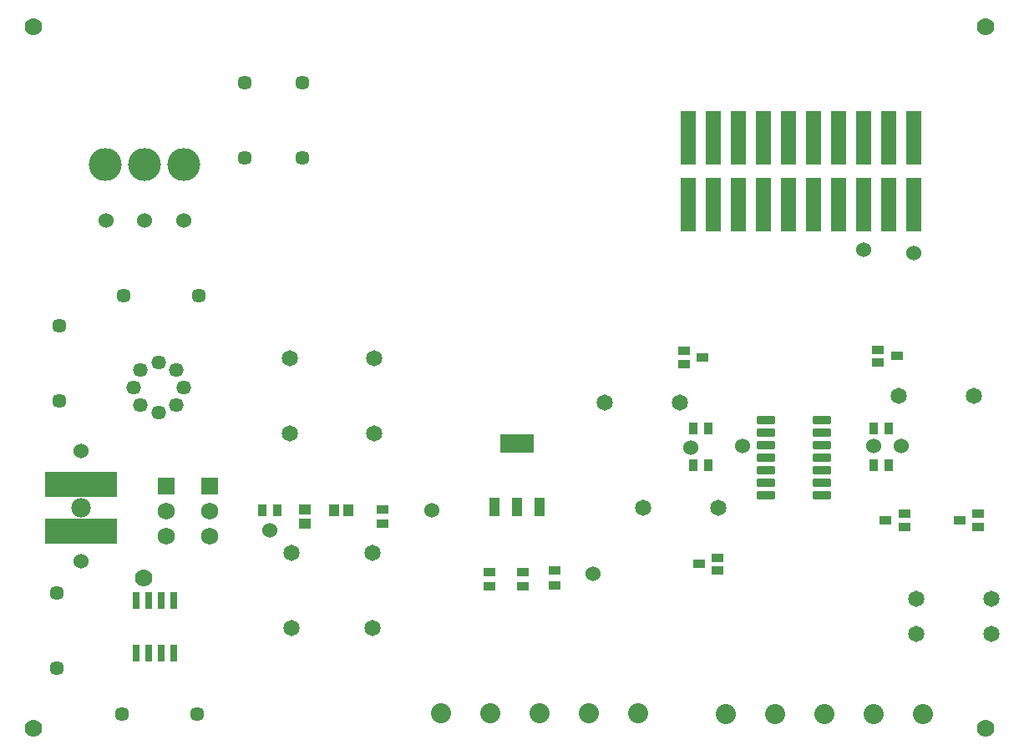
<source format=gbr>
%TF.GenerationSoftware,Altium Limited,Altium Designer,19.1.9 (167)*%
G04 Layer_Color=8388736*
%FSLAX26Y26*%
%MOIN*%
%TF.FileFunction,Soldermask,Top*%
%TF.Part,Single*%
G01*
G75*
%TA.AperFunction,ViaPad*%
%ADD27C,0.060000*%
%TA.AperFunction,ComponentPad*%
%ADD35C,0.131260*%
%ADD36C,0.065118*%
%TA.AperFunction,ViaPad*%
%ADD37C,0.070000*%
%TA.AperFunction,ComponentPad*%
%ADD38R,0.069055X0.069055*%
%ADD39C,0.069055*%
%ADD40C,0.057244*%
%ADD41C,0.080000*%
%ADD42C,0.057560*%
%TA.AperFunction,WasherPad*%
%ADD43C,0.070000*%
%TA.AperFunction,SMDPad,CuDef*%
%ADD51R,0.045433X0.037559*%
%ADD52R,0.037559X0.045433*%
%ADD53R,0.043000X0.073000*%
%ADD54R,0.132000X0.073000*%
%ADD55C,0.077992*%
%ADD56R,0.290000X0.102992*%
%ADD57R,0.030000X0.067000*%
%ADD58R,0.062000X0.214000*%
%ADD59R,0.045433X0.041496*%
%ADD60R,0.041496X0.045433*%
G04:AMPARAMS|DCode=61|XSize=35.591mil|YSize=74.961mil|CornerRadius=6.919mil|HoleSize=0mil|Usage=FLASHONLY|Rotation=270.000|XOffset=0mil|YOffset=0mil|HoleType=Round|Shape=RoundedRectangle|*
%AMROUNDEDRECTD61*
21,1,0.035591,0.061122,0,0,270.0*
21,1,0.021752,0.074961,0,0,270.0*
1,1,0.013839,-0.030561,-0.010876*
1,1,0.013839,-0.030561,0.010876*
1,1,0.013839,0.030561,0.010876*
1,1,0.013839,0.030561,-0.010876*
%
%ADD61ROUNDEDRECTD61*%
D27*
X1690000Y970000D02*
D03*
X290000Y765000D02*
D03*
X3415000Y2010000D02*
D03*
X2725000Y1220000D02*
D03*
X3565000Y1225000D02*
D03*
X290000Y1205000D02*
D03*
X1045000Y890000D02*
D03*
X2930000Y1225000D02*
D03*
X3615000Y1995000D02*
D03*
X3455000Y1225000D02*
D03*
X2335000Y715000D02*
D03*
X700000Y2125000D02*
D03*
X545000D02*
D03*
X390000D02*
D03*
D35*
X388189Y2350000D02*
D03*
X544095D02*
D03*
X700000D02*
D03*
D36*
X2835000Y980000D02*
D03*
X2535000D02*
D03*
X2380000Y1400000D02*
D03*
X2680000D02*
D03*
X3555000Y1425000D02*
D03*
X3855000D02*
D03*
X3625000Y615000D02*
D03*
X3925000D02*
D03*
Y475000D02*
D03*
X3625000D02*
D03*
X1460000Y1575000D02*
D03*
Y1275000D02*
D03*
X1455000Y800000D02*
D03*
Y500000D02*
D03*
X1125000Y1575000D02*
D03*
Y1275000D02*
D03*
X1130000Y800000D02*
D03*
Y500000D02*
D03*
D37*
X540000Y700000D02*
D03*
D38*
X805000Y1065000D02*
D03*
X630000D02*
D03*
D39*
X805000Y965000D02*
D03*
Y865000D02*
D03*
X630000Y965000D02*
D03*
Y865000D02*
D03*
D40*
X755000Y155000D02*
D03*
X455000D02*
D03*
X195000Y640000D02*
D03*
Y340000D02*
D03*
X945000Y2375000D02*
D03*
Y2675000D02*
D03*
X1175000Y2375000D02*
D03*
Y2675000D02*
D03*
X760000Y1825000D02*
D03*
X460000D02*
D03*
X205000Y1405000D02*
D03*
Y1705000D02*
D03*
D41*
X3258150Y155000D02*
D03*
X3455000D02*
D03*
X3651850D02*
D03*
X3061300D02*
D03*
X2864450D02*
D03*
X2121850Y160000D02*
D03*
X1925000D02*
D03*
X1728150D02*
D03*
X2318700D02*
D03*
X2515550D02*
D03*
D42*
X529290Y1389290D02*
D03*
X670710D02*
D03*
Y1530710D02*
D03*
X529290D02*
D03*
X500000Y1460000D02*
D03*
X700000D02*
D03*
X600000Y1560000D02*
D03*
Y1360000D02*
D03*
D43*
X3900000Y100000D02*
D03*
Y2900000D02*
D03*
X100000Y100000D02*
D03*
Y2900000D02*
D03*
D51*
X1495000Y915472D02*
D03*
Y974528D02*
D03*
X2180000Y670472D02*
D03*
Y729528D02*
D03*
X2055000Y724528D02*
D03*
Y665472D02*
D03*
X1920000Y724528D02*
D03*
Y665472D02*
D03*
X2697598Y1605591D02*
D03*
Y1554409D02*
D03*
X2772402Y1580000D02*
D03*
X3872402Y904409D02*
D03*
Y955591D02*
D03*
X3797598Y930000D02*
D03*
X3577402Y904409D02*
D03*
Y955591D02*
D03*
X3502598Y930000D02*
D03*
X3472598Y1610591D02*
D03*
Y1559409D02*
D03*
X3547402Y1585000D02*
D03*
X2832402Y729409D02*
D03*
Y780591D02*
D03*
X2757598Y755000D02*
D03*
D52*
X3514528Y1150000D02*
D03*
X3455472D02*
D03*
Y1295000D02*
D03*
X3514528D02*
D03*
X2735472Y1295000D02*
D03*
X2794528D02*
D03*
Y1150000D02*
D03*
X2735472D02*
D03*
X1074527Y970000D02*
D03*
X1015472D02*
D03*
D53*
X1939449Y984000D02*
D03*
X2030000D02*
D03*
X2120551D02*
D03*
D54*
X2030000Y1236000D02*
D03*
D55*
X290000Y980000D02*
D03*
D56*
Y1074016D02*
D03*
Y885984D02*
D03*
D57*
X660000Y611299D02*
D03*
X610000D02*
D03*
X560000D02*
D03*
X510000D02*
D03*
Y398701D02*
D03*
X560000D02*
D03*
X610000D02*
D03*
X660000D02*
D03*
D58*
X3615000Y2458000D02*
D03*
Y2190000D02*
D03*
X3515000Y2458000D02*
D03*
Y2190000D02*
D03*
X3415000Y2458000D02*
D03*
Y2190000D02*
D03*
X3315000Y2458000D02*
D03*
Y2190000D02*
D03*
X3215000Y2458000D02*
D03*
Y2190000D02*
D03*
X3115000Y2458000D02*
D03*
Y2190000D02*
D03*
X3015000Y2458000D02*
D03*
Y2190000D02*
D03*
X2915000Y2458000D02*
D03*
Y2190000D02*
D03*
X2815000Y2458000D02*
D03*
Y2190000D02*
D03*
X2715000Y2458000D02*
D03*
Y2190000D02*
D03*
D59*
X1185000Y972560D02*
D03*
Y917440D02*
D03*
D60*
X1302440Y970000D02*
D03*
X1357560D02*
D03*
D61*
X3246221Y1030001D02*
D03*
Y1080001D02*
D03*
Y1130001D02*
D03*
Y1180001D02*
D03*
Y1230001D02*
D03*
Y1280001D02*
D03*
Y1330001D02*
D03*
X3023779Y1030001D02*
D03*
Y1080001D02*
D03*
Y1130001D02*
D03*
Y1180001D02*
D03*
Y1230001D02*
D03*
Y1280001D02*
D03*
Y1330001D02*
D03*
%TF.MD5,7f38adebb204de7560f5217be059f9b8*%
M02*

</source>
